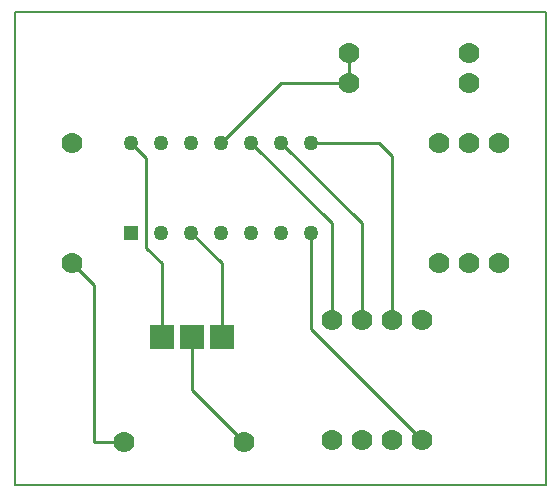
<source format=gbr>
G04 PROTEUS GERBER X2 FILE*
%TF.GenerationSoftware,Labcenter,Proteus,8.6-SP2-Build23525*%
%TF.CreationDate,2018-04-08T18:57:29+00:00*%
%TF.FileFunction,Copper,L2,Bot*%
%TF.FilePolarity,Positive*%
%TF.Part,Single*%
%FSLAX45Y45*%
%MOMM*%
G01*
%TA.AperFunction,Conductor*%
%ADD10C,0.254000*%
%TA.AperFunction,ComponentPad*%
%ADD11R,1.270000X1.270000*%
%ADD12C,1.270000*%
%TA.AperFunction,ComponentPad*%
%ADD13C,1.778000*%
%TA.AperFunction,ComponentPad*%
%ADD14R,2.032000X2.032000*%
%TA.AperFunction,Profile*%
%ADD15C,0.203200*%
%TD.AperFunction*%
D10*
X-8255000Y+635000D02*
X-7996000Y+376000D01*
X-7996000Y-250000D01*
X-8250000Y-250000D02*
X-8250000Y-695000D01*
X-7810000Y-1135000D01*
X-7064000Y-103000D02*
X-7064000Y+714000D01*
X-7747000Y+1397000D01*
X-7493000Y+1397000D02*
X-6810000Y+714000D01*
X-6810000Y-103000D01*
X-7239000Y+1397000D02*
X-6667500Y+1397000D01*
X-6556000Y+1285500D01*
X-6556000Y-103000D01*
X-6302000Y-1119000D02*
X-7239000Y-182000D01*
X-7239000Y+635000D01*
X-8001000Y+1397000D02*
X-7497000Y+1901000D01*
X-6917000Y+1901000D01*
X-6917000Y+2155000D01*
X-8763000Y+1397000D02*
X-8636000Y+1270000D01*
X-8636000Y+508000D01*
X-8504000Y+376000D01*
X-8504000Y-250000D01*
X-9267000Y+381000D02*
X-9076000Y+190000D01*
X-9076000Y-1135000D01*
X-8826000Y-1135000D01*
D11*
X-8763000Y+635000D03*
D12*
X-8509000Y+635000D03*
X-8255000Y+635000D03*
X-8001000Y+635000D03*
X-7747000Y+635000D03*
X-7493000Y+635000D03*
X-7239000Y+635000D03*
X-7239000Y+1397000D03*
X-7493000Y+1397000D03*
X-7747000Y+1397000D03*
X-8001000Y+1397000D03*
X-8255000Y+1397000D03*
X-8509000Y+1397000D03*
X-8763000Y+1397000D03*
D13*
X-7064000Y-103000D03*
X-7064000Y-1119000D03*
X-6810000Y-103000D03*
X-6810000Y-1119000D03*
X-6556000Y-103000D03*
X-6556000Y-1119000D03*
X-6302000Y-1119000D03*
X-6302000Y-103000D03*
X-6159000Y+381000D03*
X-6159000Y+1397000D03*
X-5905000Y+381000D03*
X-5905000Y+1397000D03*
X-5651000Y+1397000D03*
X-5651000Y+381000D03*
X-9267000Y+381000D03*
X-9267000Y+1397000D03*
X-5901000Y+1901000D03*
X-6917000Y+1901000D03*
X-5901000Y+2155000D03*
X-6917000Y+2155000D03*
D14*
X-7996000Y-250000D03*
X-8250000Y-250000D03*
X-8504000Y-250000D03*
D13*
X-8826000Y-1135000D03*
X-7810000Y-1135000D03*
D15*
X-9750000Y-1500000D02*
X-5250000Y-1500000D01*
X-5250000Y+2500000D01*
X-9750000Y+2500000D01*
X-9750000Y-1500000D01*
M02*

</source>
